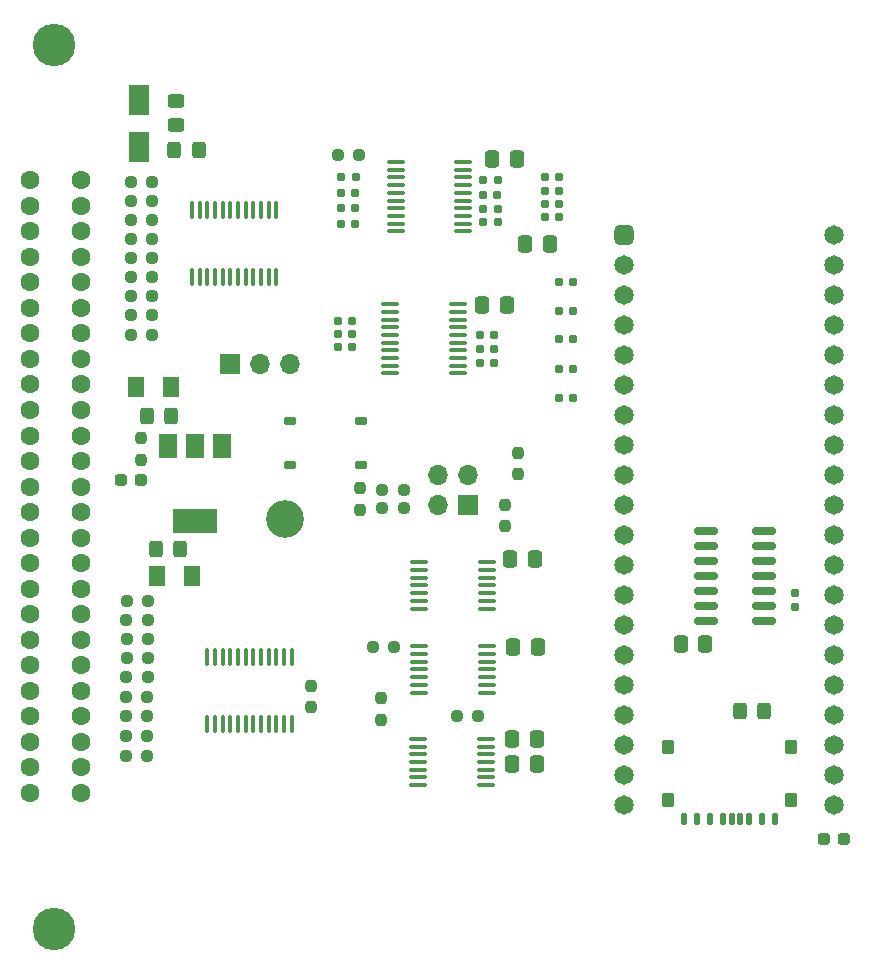
<source format=gbr>
%TF.GenerationSoftware,KiCad,Pcbnew,6.0.5-a6ca702e91~116~ubuntu21.10.1*%
%TF.CreationDate,2023-04-15T06:22:21-06:00*%
%TF.ProjectId,Centronics_50Pin,43656e74-726f-46e6-9963-735f35305069,rev?*%
%TF.SameCoordinates,Original*%
%TF.FileFunction,Soldermask,Top*%
%TF.FilePolarity,Negative*%
%FSLAX46Y46*%
G04 Gerber Fmt 4.6, Leading zero omitted, Abs format (unit mm)*
G04 Created by KiCad (PCBNEW 6.0.5-a6ca702e91~116~ubuntu21.10.1) date 2023-04-15 06:22:21*
%MOMM*%
%LPD*%
G01*
G04 APERTURE LIST*
G04 Aperture macros list*
%AMRoundRect*
0 Rectangle with rounded corners*
0 $1 Rounding radius*
0 $2 $3 $4 $5 $6 $7 $8 $9 X,Y pos of 4 corners*
0 Add a 4 corners polygon primitive as box body*
4,1,4,$2,$3,$4,$5,$6,$7,$8,$9,$2,$3,0*
0 Add four circle primitives for the rounded corners*
1,1,$1+$1,$2,$3*
1,1,$1+$1,$4,$5*
1,1,$1+$1,$6,$7*
1,1,$1+$1,$8,$9*
0 Add four rect primitives between the rounded corners*
20,1,$1+$1,$2,$3,$4,$5,0*
20,1,$1+$1,$4,$5,$6,$7,0*
20,1,$1+$1,$6,$7,$8,$9,0*
20,1,$1+$1,$8,$9,$2,$3,0*%
G04 Aperture macros list end*
%ADD10RoundRect,0.250001X0.462499X0.624999X-0.462499X0.624999X-0.462499X-0.624999X0.462499X-0.624999X0*%
%ADD11R,1.500000X2.000000*%
%ADD12R,3.800000X2.000000*%
%ADD13RoundRect,0.412500X-0.412500X-0.412500X0.412500X-0.412500X0.412500X0.412500X-0.412500X0.412500X0*%
%ADD14C,1.650000*%
%ADD15RoundRect,0.250000X0.325000X0.450000X-0.325000X0.450000X-0.325000X-0.450000X0.325000X-0.450000X0*%
%ADD16RoundRect,0.250000X-0.450000X0.325000X-0.450000X-0.325000X0.450000X-0.325000X0.450000X0.325000X0*%
%ADD17RoundRect,0.250000X-0.325000X-0.450000X0.325000X-0.450000X0.325000X0.450000X-0.325000X0.450000X0*%
%ADD18R,1.800000X2.500000*%
%ADD19R,1.700000X1.700000*%
%ADD20O,1.700000X1.700000*%
%ADD21RoundRect,0.160000X0.197500X0.160000X-0.197500X0.160000X-0.197500X-0.160000X0.197500X-0.160000X0*%
%ADD22RoundRect,0.100000X0.100000X-0.637500X0.100000X0.637500X-0.100000X0.637500X-0.100000X-0.637500X0*%
%ADD23RoundRect,0.160000X-0.197500X-0.160000X0.197500X-0.160000X0.197500X0.160000X-0.197500X0.160000X0*%
%ADD24RoundRect,0.237500X0.250000X0.237500X-0.250000X0.237500X-0.250000X-0.237500X0.250000X-0.237500X0*%
%ADD25RoundRect,0.237500X-0.287500X-0.237500X0.287500X-0.237500X0.287500X0.237500X-0.287500X0.237500X0*%
%ADD26RoundRect,0.250000X0.337500X0.475000X-0.337500X0.475000X-0.337500X-0.475000X0.337500X-0.475000X0*%
%ADD27RoundRect,0.237500X-0.237500X0.250000X-0.237500X-0.250000X0.237500X-0.250000X0.237500X0.250000X0*%
%ADD28RoundRect,0.100000X-0.100000X0.637500X-0.100000X-0.637500X0.100000X-0.637500X0.100000X0.637500X0*%
%ADD29RoundRect,0.250000X-0.337500X-0.475000X0.337500X-0.475000X0.337500X0.475000X-0.337500X0.475000X0*%
%ADD30RoundRect,0.100000X-0.637500X-0.100000X0.637500X-0.100000X0.637500X0.100000X-0.637500X0.100000X0*%
%ADD31RoundRect,0.150000X0.825000X0.150000X-0.825000X0.150000X-0.825000X-0.150000X0.825000X-0.150000X0*%
%ADD32RoundRect,0.237500X0.237500X-0.250000X0.237500X0.250000X-0.237500X0.250000X-0.237500X-0.250000X0*%
%ADD33C,3.200000*%
%ADD34RoundRect,0.160000X-0.160000X0.197500X-0.160000X-0.197500X0.160000X-0.197500X0.160000X0.197500X0*%
%ADD35RoundRect,0.125000X0.125000X0.415000X-0.125000X0.415000X-0.125000X-0.415000X0.125000X-0.415000X0*%
%ADD36RoundRect,0.262500X0.262500X0.337500X-0.262500X0.337500X-0.262500X-0.337500X0.262500X-0.337500X0*%
%ADD37RoundRect,0.187500X0.312500X0.187500X-0.312500X0.187500X-0.312500X-0.187500X0.312500X-0.187500X0*%
%ADD38C,3.600000*%
%ADD39C,1.600000*%
%ADD40RoundRect,0.237500X-0.250000X-0.237500X0.250000X-0.237500X0.250000X0.237500X-0.250000X0.237500X0*%
G04 APERTURE END LIST*
D10*
%TO.C,C3*%
X109417480Y-92556280D03*
X106442480Y-92556280D03*
%TD*%
%TO.C,C4*%
X111246280Y-108507480D03*
X108271280Y-108507480D03*
%TD*%
D11*
%TO.C,U3*%
X113769200Y-97536000D03*
X111469200Y-97536000D03*
D12*
X111469200Y-103836000D03*
D11*
X109169200Y-97536000D03*
%TD*%
D13*
%TO.C,RP1*%
X147828000Y-79670400D03*
D14*
X147828000Y-82210400D03*
X147828000Y-84750400D03*
X147828000Y-87290400D03*
X147828000Y-89830400D03*
X147828000Y-92370400D03*
X147828000Y-94910400D03*
X147828000Y-97450400D03*
X147828000Y-99990400D03*
X147828000Y-102530400D03*
X147828000Y-105070400D03*
X147828000Y-107610400D03*
X147828000Y-110150400D03*
X147828000Y-112690400D03*
X147828000Y-115230400D03*
X147828000Y-117770400D03*
X147828000Y-120310400D03*
X147828000Y-122850400D03*
X147828000Y-125390400D03*
X147828000Y-127930400D03*
X165608000Y-127930400D03*
X165608000Y-125390400D03*
X165608000Y-122850400D03*
X165608000Y-120310400D03*
X165608000Y-117770400D03*
X165608000Y-115230400D03*
X165608000Y-112690400D03*
X165608000Y-110150400D03*
X165608000Y-107610400D03*
X165608000Y-105070400D03*
X165608000Y-102530400D03*
X165608000Y-99990400D03*
X165608000Y-97450400D03*
X165608000Y-94910400D03*
X165608000Y-92370400D03*
X165608000Y-89830400D03*
X165608000Y-87290400D03*
X165608000Y-84750400D03*
X165608000Y-82210400D03*
X165608000Y-79670400D03*
%TD*%
D15*
%TO.C,C2*%
X109453980Y-94943880D03*
X107403980Y-94943880D03*
%TD*%
%TO.C,C5*%
X110185200Y-106222800D03*
X108135200Y-106222800D03*
%TD*%
D16*
%TO.C,C6*%
X109829600Y-68275200D03*
X109829600Y-70325200D03*
%TD*%
D17*
%TO.C,C12*%
X157632400Y-119954800D03*
X159682400Y-119954800D03*
%TD*%
D18*
%TO.C,D1*%
X106730800Y-72214600D03*
X106730800Y-68214600D03*
%TD*%
D19*
%TO.C,J1*%
X114401600Y-90576400D03*
D20*
X116941600Y-90576400D03*
X119481600Y-90576400D03*
%TD*%
D21*
%TO.C,R42*%
X142278700Y-74726800D03*
X141083700Y-74726800D03*
%TD*%
D22*
%TO.C,U2*%
X111211600Y-83228100D03*
X111861600Y-83228100D03*
X112511600Y-83228100D03*
X113161600Y-83228100D03*
X113811600Y-83228100D03*
X114461600Y-83228100D03*
X115111600Y-83228100D03*
X115761600Y-83228100D03*
X116411600Y-83228100D03*
X117061600Y-83228100D03*
X117711600Y-83228100D03*
X118361600Y-83228100D03*
X118361600Y-77503100D03*
X117711600Y-77503100D03*
X117061600Y-77503100D03*
X116411600Y-77503100D03*
X115761600Y-77503100D03*
X115111600Y-77503100D03*
X114461600Y-77503100D03*
X113811600Y-77503100D03*
X113161600Y-77503100D03*
X112511600Y-77503100D03*
X111861600Y-77503100D03*
X111211600Y-77503100D03*
%TD*%
D23*
%TO.C,R54*%
X135597300Y-89306400D03*
X136792300Y-89306400D03*
%TD*%
D24*
%TO.C,R39*%
X107846500Y-80010000D03*
X106021500Y-80010000D03*
%TD*%
D21*
%TO.C,R16*%
X143447100Y-83616800D03*
X142252100Y-83616800D03*
%TD*%
D24*
%TO.C,R4*%
X107490900Y-113842800D03*
X105665900Y-113842800D03*
%TD*%
D23*
%TO.C,R50*%
X123569800Y-86918800D03*
X124764800Y-86918800D03*
%TD*%
D24*
%TO.C,R33*%
X107848400Y-84836000D03*
X106023400Y-84836000D03*
%TD*%
D25*
%TO.C,D2*%
X164682200Y-130759200D03*
X166432200Y-130759200D03*
%TD*%
D24*
%TO.C,R36*%
X107846500Y-75133200D03*
X106021500Y-75133200D03*
%TD*%
D26*
%TO.C,C7*%
X154656700Y-114265200D03*
X152581700Y-114265200D03*
%TD*%
D27*
%TO.C,R56*%
X106863180Y-96876180D03*
X106863180Y-98701180D03*
%TD*%
D28*
%TO.C,U1*%
X119653000Y-115349100D03*
X119003000Y-115349100D03*
X118353000Y-115349100D03*
X117703000Y-115349100D03*
X117053000Y-115349100D03*
X116403000Y-115349100D03*
X115753000Y-115349100D03*
X115103000Y-115349100D03*
X114453000Y-115349100D03*
X113803000Y-115349100D03*
X113153000Y-115349100D03*
X112503000Y-115349100D03*
X112503000Y-121074100D03*
X113153000Y-121074100D03*
X113803000Y-121074100D03*
X114453000Y-121074100D03*
X115103000Y-121074100D03*
X115753000Y-121074100D03*
X116403000Y-121074100D03*
X117053000Y-121074100D03*
X117703000Y-121074100D03*
X118353000Y-121074100D03*
X119003000Y-121074100D03*
X119653000Y-121074100D03*
%TD*%
D24*
%TO.C,R5*%
X107490900Y-115468400D03*
X105665900Y-115468400D03*
%TD*%
%TO.C,R35*%
X107848400Y-88087200D03*
X106023400Y-88087200D03*
%TD*%
%TO.C,R1*%
X107848400Y-83210400D03*
X106023400Y-83210400D03*
%TD*%
D29*
%TO.C,C8*%
X136630500Y-73202800D03*
X138705500Y-73202800D03*
%TD*%
D24*
%TO.C,R38*%
X107846500Y-78384400D03*
X106021500Y-78384400D03*
%TD*%
D21*
%TO.C,R17*%
X142278700Y-78130400D03*
X141083700Y-78130400D03*
%TD*%
D24*
%TO.C,R9*%
X107438200Y-118770400D03*
X105613200Y-118770400D03*
%TD*%
D21*
%TO.C,R13*%
X143447100Y-90982800D03*
X142252100Y-90982800D03*
%TD*%
D25*
%TO.C,D3*%
X105175380Y-100379480D03*
X106925380Y-100379480D03*
%TD*%
D24*
%TO.C,R40*%
X107846500Y-81584800D03*
X106021500Y-81584800D03*
%TD*%
D23*
%TO.C,R45*%
X123811700Y-78740000D03*
X125006700Y-78740000D03*
%TD*%
D30*
%TO.C,U4*%
X128455500Y-73478200D03*
X128455500Y-74128200D03*
X128455500Y-74778200D03*
X128455500Y-75428200D03*
X128455500Y-76078200D03*
X128455500Y-76728200D03*
X128455500Y-77378200D03*
X128455500Y-78028200D03*
X128455500Y-78678200D03*
X128455500Y-79328200D03*
X134180500Y-79328200D03*
X134180500Y-78678200D03*
X134180500Y-78028200D03*
X134180500Y-77378200D03*
X134180500Y-76728200D03*
X134180500Y-76078200D03*
X134180500Y-75428200D03*
X134180500Y-74778200D03*
X134180500Y-74128200D03*
X134180500Y-73478200D03*
%TD*%
D21*
%TO.C,R18*%
X142278700Y-77012800D03*
X141083700Y-77012800D03*
%TD*%
D23*
%TO.C,R47*%
X135877900Y-76250800D03*
X137072900Y-76250800D03*
%TD*%
D29*
%TO.C,C15*%
X138336200Y-124409200D03*
X140411200Y-124409200D03*
%TD*%
D26*
%TO.C,C14*%
X140483500Y-114503200D03*
X138408500Y-114503200D03*
%TD*%
D31*
%TO.C,U8*%
X159664400Y-112334800D03*
X159664400Y-111064800D03*
X159664400Y-109794800D03*
X159664400Y-108524800D03*
X159664400Y-107254800D03*
X159664400Y-105984800D03*
X159664400Y-104714800D03*
X154714400Y-104714800D03*
X154714400Y-105984800D03*
X154714400Y-107254800D03*
X154714400Y-108524800D03*
X154714400Y-109794800D03*
X154714400Y-111064800D03*
X154714400Y-112334800D03*
%TD*%
D23*
%TO.C,R53*%
X135597300Y-88087200D03*
X136792300Y-88087200D03*
%TD*%
D24*
%TO.C,R31*%
X129133600Y-102773400D03*
X127308600Y-102773400D03*
%TD*%
%TO.C,R3*%
X107489000Y-112217200D03*
X105664000Y-112217200D03*
%TD*%
D21*
%TO.C,R15*%
X143447100Y-86055200D03*
X142252100Y-86055200D03*
%TD*%
D24*
%TO.C,R32*%
X129133600Y-101198600D03*
X127308600Y-101198600D03*
%TD*%
D32*
%TO.C,R41*%
X121310400Y-119632100D03*
X121310400Y-117807100D03*
%TD*%
D24*
%TO.C,R7*%
X107440100Y-122072400D03*
X105615100Y-122072400D03*
%TD*%
D23*
%TO.C,R43*%
X123823800Y-76098400D03*
X125018800Y-76098400D03*
%TD*%
%TO.C,R49*%
X135890000Y-78536800D03*
X137085000Y-78536800D03*
%TD*%
D33*
%TO.C,REF\u002A\u002A*%
X119126000Y-103682800D03*
%TD*%
D24*
%TO.C,R8*%
X107438200Y-120396000D03*
X105613200Y-120396000D03*
%TD*%
D34*
%TO.C,R30*%
X162306000Y-109982000D03*
X162306000Y-111177000D03*
%TD*%
D24*
%TO.C,R2*%
X107490900Y-110642400D03*
X105665900Y-110642400D03*
%TD*%
D32*
%TO.C,R27*%
X138836400Y-99924800D03*
X138836400Y-98099800D03*
%TD*%
D35*
%TO.C,SD2*%
X160568000Y-129101600D03*
X159468000Y-129101600D03*
X158368000Y-129101600D03*
X157618000Y-129101600D03*
X156918000Y-129101600D03*
X156168000Y-129101600D03*
X155068000Y-129101600D03*
X153968000Y-129101600D03*
X152868000Y-129101600D03*
D36*
X151493000Y-127461600D03*
X161943000Y-127461600D03*
X151493000Y-123011600D03*
X161943000Y-123011600D03*
%TD*%
D23*
%TO.C,R55*%
X135597300Y-90474800D03*
X136792300Y-90474800D03*
%TD*%
D21*
%TO.C,R12*%
X143447100Y-93472000D03*
X142252100Y-93472000D03*
%TD*%
D23*
%TO.C,R51*%
X123569800Y-88036400D03*
X124764800Y-88036400D03*
%TD*%
D21*
%TO.C,R19*%
X142278700Y-75895200D03*
X141083700Y-75895200D03*
%TD*%
D29*
%TO.C,C10*%
X139424500Y-80416400D03*
X141499500Y-80416400D03*
%TD*%
D27*
%TO.C,R24*%
X125476000Y-101093900D03*
X125476000Y-102918900D03*
%TD*%
D26*
%TO.C,C9*%
X140251000Y-107086400D03*
X138176000Y-107086400D03*
%TD*%
D24*
%TO.C,R10*%
X107489000Y-117094000D03*
X105664000Y-117094000D03*
%TD*%
%TO.C,R34*%
X107848400Y-86461600D03*
X106023400Y-86461600D03*
%TD*%
D27*
%TO.C,R26*%
X137718800Y-102468600D03*
X137718800Y-104293600D03*
%TD*%
D30*
%TO.C,U7*%
X130436700Y-114483600D03*
X130436700Y-115133600D03*
X130436700Y-115783600D03*
X130436700Y-116433600D03*
X130436700Y-117083600D03*
X130436700Y-117733600D03*
X130436700Y-118383600D03*
X136161700Y-118383600D03*
X136161700Y-117733600D03*
X136161700Y-117083600D03*
X136161700Y-116433600D03*
X136161700Y-115783600D03*
X136161700Y-115133600D03*
X136161700Y-114483600D03*
%TD*%
D24*
%TO.C,R37*%
X107846500Y-76758800D03*
X106021500Y-76758800D03*
%TD*%
D37*
%TO.C,SW1*%
X119478800Y-99123100D03*
X125478800Y-99123100D03*
X119478800Y-95373100D03*
X125478800Y-95373100D03*
%TD*%
D15*
%TO.C,F2*%
X111769000Y-72449800D03*
X109719000Y-72449800D03*
%TD*%
D19*
%TO.C,J4*%
X134620000Y-102468600D03*
D20*
X132080000Y-102468600D03*
X134620000Y-99928600D03*
X132080000Y-99928600D03*
%TD*%
D24*
%TO.C,R23*%
X128320800Y-114503200D03*
X126495800Y-114503200D03*
%TD*%
%TO.C,R25*%
X125372500Y-72898000D03*
X123547500Y-72898000D03*
%TD*%
D30*
%TO.C,U5*%
X130436700Y-107371600D03*
X130436700Y-108021600D03*
X130436700Y-108671600D03*
X130436700Y-109321600D03*
X130436700Y-109971600D03*
X130436700Y-110621600D03*
X130436700Y-111271600D03*
X136161700Y-111271600D03*
X136161700Y-110621600D03*
X136161700Y-109971600D03*
X136161700Y-109321600D03*
X136161700Y-108671600D03*
X136161700Y-108021600D03*
X136161700Y-107371600D03*
%TD*%
D21*
%TO.C,R14*%
X143447100Y-88493600D03*
X142252100Y-88493600D03*
%TD*%
D30*
%TO.C,U9*%
X127998300Y-85517800D03*
X127998300Y-86167800D03*
X127998300Y-86817800D03*
X127998300Y-87467800D03*
X127998300Y-88117800D03*
X127998300Y-88767800D03*
X127998300Y-89417800D03*
X127998300Y-90067800D03*
X127998300Y-90717800D03*
X127998300Y-91367800D03*
X133723300Y-91367800D03*
X133723300Y-90717800D03*
X133723300Y-90067800D03*
X133723300Y-89417800D03*
X133723300Y-88767800D03*
X133723300Y-88117800D03*
X133723300Y-87467800D03*
X133723300Y-86817800D03*
X133723300Y-86167800D03*
X133723300Y-85517800D03*
%TD*%
D38*
%TO.C,U10*%
X99511800Y-138369400D03*
X99511800Y-63519400D03*
D39*
X101801800Y-75024400D03*
X101801800Y-77184400D03*
X101801800Y-79344400D03*
X101801800Y-81504400D03*
X101801800Y-83664400D03*
X101801800Y-85824400D03*
X101801800Y-87984400D03*
X101801800Y-90144400D03*
X101801800Y-92304400D03*
X101801800Y-94464400D03*
X101801800Y-96624400D03*
X101801800Y-98784400D03*
X101801800Y-100944400D03*
X101801800Y-103104400D03*
X101801800Y-105264400D03*
X101801800Y-107424400D03*
X101801800Y-109584400D03*
X101801800Y-111744400D03*
X101801800Y-113904400D03*
X101801800Y-116064400D03*
X101801800Y-118224400D03*
X101801800Y-120384400D03*
X101801800Y-122544400D03*
X101801800Y-124704400D03*
X101801800Y-126864400D03*
X97511800Y-75024400D03*
X97511800Y-77184400D03*
X97511800Y-79344400D03*
X97511800Y-81504400D03*
X97511800Y-83664400D03*
X97511800Y-85824400D03*
X97511800Y-87984400D03*
X97511800Y-90144400D03*
X97511800Y-92304400D03*
X97511800Y-94464400D03*
X97511800Y-96624400D03*
X97511800Y-98784400D03*
X97511800Y-100944400D03*
X97511800Y-103104400D03*
X97511800Y-105264400D03*
X97511800Y-107424400D03*
X97511800Y-109584400D03*
X97511800Y-111744400D03*
X97511800Y-113904400D03*
X97511800Y-116064400D03*
X97511800Y-118224400D03*
X97511800Y-120384400D03*
X97511800Y-122544400D03*
X97511800Y-124704400D03*
X97511800Y-126864400D03*
%TD*%
D23*
%TO.C,R52*%
X123569800Y-89154000D03*
X124764800Y-89154000D03*
%TD*%
D30*
%TO.C,U6*%
X130385900Y-122306800D03*
X130385900Y-122956800D03*
X130385900Y-123606800D03*
X130385900Y-124256800D03*
X130385900Y-124906800D03*
X130385900Y-125556800D03*
X130385900Y-126206800D03*
X136110900Y-126206800D03*
X136110900Y-125556800D03*
X136110900Y-124906800D03*
X136110900Y-124256800D03*
X136110900Y-123606800D03*
X136110900Y-122956800D03*
X136110900Y-122306800D03*
%TD*%
D24*
%TO.C,R6*%
X107440100Y-123748800D03*
X105615100Y-123748800D03*
%TD*%
D29*
%TO.C,C11*%
X135788400Y-85547200D03*
X137863400Y-85547200D03*
%TD*%
D23*
%TO.C,R11*%
X123862500Y-74777600D03*
X125057500Y-74777600D03*
%TD*%
D26*
%TO.C,C13*%
X140403400Y-122326400D03*
X138328400Y-122326400D03*
%TD*%
D40*
%TO.C,R29*%
X133605900Y-120345200D03*
X135430900Y-120345200D03*
%TD*%
D23*
%TO.C,R44*%
X123811700Y-77368400D03*
X125006700Y-77368400D03*
%TD*%
%TO.C,R46*%
X135890000Y-75031600D03*
X137085000Y-75031600D03*
%TD*%
D27*
%TO.C,R28*%
X127254000Y-118875800D03*
X127254000Y-120700800D03*
%TD*%
D23*
%TO.C,R48*%
X135890000Y-77419200D03*
X137085000Y-77419200D03*
%TD*%
M02*

</source>
